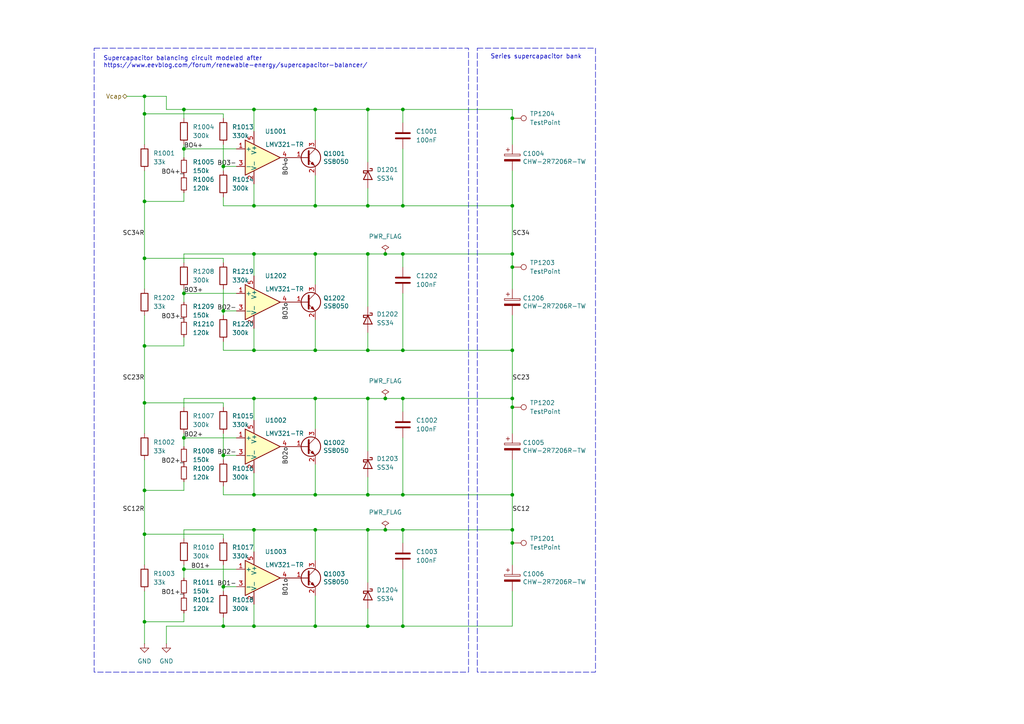
<source format=kicad_sch>
(kicad_sch (version 20231120) (generator "eeschema") (generator_version "8.0")
  (paper "A4")
  (title_block (title "HALPI2") (date "2025-01-03") (rev "v0.0.1") (company "Hat Labs Oy") (comment 1 "https://creativecommons.org/licenses/by/4.0") (comment 2 "To view a copy of this license, visit ") (comment 3 "HALPI2 is licensed under CC BY 4.0."))
  (lib_symbols
    (symbol "Amplifier_Operational:LMV321" (pin_names (offset 0.127))
      (property "Reference" "U" (at 0 5.08 0))
      (property "Value" "LMV321" (at 0 -5.08 0))
      (symbol "LMV321_0_1"
        (polyline (pts (xy -5.08 5.08) (xy 5.08 0) (xy -5.08 -5.08) (xy -5.08 5.08)) (stroke (width 0.254)) (fill (type background)))
        (pin power_in line (at -2.54 -7.62 90) (length 3.81) (name "V-") (number "2"))
        (pin power_in line (at -2.54 7.62 270) (length 3.81) (name "V+") (number "5"))
      )
      (symbol "LMV321_1_1"
        (pin input line (at -7.62 2.54 0) (length 2.54) (name "+") (number "1"))
        (pin input line (at -7.62 -2.54 0) (length 2.54) (name "-") (number "3"))
        (pin output line (at 7.62 0 180) (length 2.54) (name "~") (number "4"))
      )
    )
    (symbol "Connector:TestPoint" (pin_numbers hide) (pin_names (offset 0.762) hide)
      (property "Reference" "TP" (at 0 6.858 0))
      (property "Value" "TestPoint" (at 0 5.08 0))
      (symbol "TestPoint_0_1"
        (circle (center 0 3.302) (radius 0.762))
      )
      (symbol "TestPoint_1_1"
        (pin passive line (at 0 0 90) (length 2.54) (name "1") (number "1"))
      )
    )
    (symbol "Device:C" (pin_numbers hide) (pin_names (offset 0.254))
      (property "Reference" "C" (at 0.635 2.54 0))
      (property "Value" "C" (at 0.635 -2.54 0))
      (symbol "C_0_1"
        (polyline (pts (xy -2.032 -0.762) (xy 2.032 -0.762)) (stroke (width 0.508)))
        (polyline (pts (xy -2.032 0.762) (xy 2.032 0.762)) (stroke (width 0.508)))
      )
      (symbol "C_1_1"
        (pin passive line (at 0 3.81 270) (length 2.794) (name "~") (number "1"))
        (pin passive line (at 0 -3.81 90) (length 2.794) (name "~") (number "2"))
      )
    )
    (symbol "Device:C_Polarized" (pin_numbers hide) (pin_names (offset 0.254))
      (property "Reference" "C" (at 0.635 2.54 0))
      (property "Value" "C_Polarized" (at 0.635 -2.54 0))
      (symbol "C_Polarized_0_1"
        (rectangle (start -2.286 0.508) (end 2.286 1.016))
        (polyline (pts (xy -1.778 2.286) (xy -0.762 2.286)))
        (polyline (pts (xy -1.27 2.794) (xy -1.27 1.778)))
        (rectangle (start 2.286 -0.508) (end -2.286 -1.016) (fill (type outline)))
      )
      (symbol "C_Polarized_1_1"
        (pin passive line (at 0 3.81 270) (length 2.794) (name "~") (number "1"))
        (pin passive line (at 0 -3.81 90) (length 2.794) (name "~") (number "2"))
      )
    )
    (symbol "Device:R" (pin_numbers hide) (pin_names (offset 0))
      (property "Reference" "R" (at 2.032 0 90))
      (property "Value" "R" (at 0 0 90))
      (symbol "R_0_1"
        (rectangle (start -1.016 -2.54) (end 1.016 2.54) (stroke (width 0.254)))
      )
      (symbol "R_1_1"
        (pin passive line (at 0 3.81 270) (length 1.27) (name "~") (number "1"))
        (pin passive line (at 0 -3.81 90) (length 1.27) (name "~") (number "2"))
      )
    )
    (symbol "Device:R_Small" (pin_numbers hide) (pin_names (offset 0.254) hide)
      (property "Reference" "R" (at 0.762 0.508 0))
      (property "Value" "R_Small" (at 0.762 -1.016 0))
      (symbol "R_Small_0_1"
        (rectangle (start -0.762 1.778) (end 0.762 -1.778) (stroke (width 0.2032)))
      )
      (symbol "R_Small_1_1"
        (pin passive line (at 0 2.54 270) (length 0.762) (name "~") (number "1"))
        (pin passive line (at 0 -2.54 90) (length 0.762) (name "~") (number "2"))
      )
    )
    (symbol "Diode:SS34" (pin_numbers hide) (pin_names (offset 1.016) hide)
      (property "Reference" "D" (at 0 2.54 0))
      (property "Value" "SS34" (at 0 -2.54 0))
      (symbol "SS34_0_1"
        (polyline (pts (xy 1.27 0) (xy -1.27 0)))
        (polyline (pts (xy 1.27 1.27) (xy 1.27 -1.27) (xy -1.27 0) (xy 1.27 1.27)) (stroke (width 0.254)))
        (polyline (pts (xy -1.905 0.635) (xy -1.905 1.27) (xy -1.27 1.27) (xy -1.27 -1.27) (xy -0.635 -1.27) (xy -0.635 -0.635)) (stroke (width 0.254)))
      )
      (symbol "SS34_1_1"
        (pin passive line (at -3.81 0 0) (length 2.54) (name "K") (number "1"))
        (pin passive line (at 3.81 0 180) (length 2.54) (name "A") (number "2"))
      )
    )
    (symbol "Transistor_BJT:MMBT5551L" (pin_names (offset 0) hide)
      (property "Reference" "Q" (at 5.08 1.905 0))
      (property "Value" "MMBT5551L" (at 5.08 0 0))
      (symbol "MMBT5551L_0_1"
        (polyline (pts (xy 0.635 0.635) (xy 2.54 2.54)))
        (polyline (pts (xy 0.635 -0.635) (xy 2.54 -2.54) (xy 2.54 -2.54)))
        (polyline (pts (xy 0.635 1.905) (xy 0.635 -1.905) (xy 0.635 -1.905)) (stroke (width 0.508)))
        (polyline (pts (xy 1.27 -1.778) (xy 1.778 -1.27) (xy 2.286 -2.286) (xy 1.27 -1.778) (xy 1.27 -1.778)) (fill (type outline)))
        (circle (center 1.27 0) (radius 2.8194) (stroke (width 0.254)))
      )
      (symbol "MMBT5551L_1_1"
        (pin input line (at -5.08 0 0) (length 5.715) (name "B") (number "1"))
        (pin passive line (at 2.54 -5.08 90) (length 2.54) (name "E") (number "2"))
        (pin passive line (at 2.54 5.08 270) (length 2.54) (name "C") (number "3"))
      )
    )
    (symbol "power:GND" (power) (pin_numbers hide) (pin_names (offset 0) hide)
      (property "Value" "GND" (at 0 -3.81 0))
      (symbol "GND_0_1"
        (polyline (pts (xy 0 0) (xy 0 -1.27) (xy 1.27 -1.27) (xy 0 -2.54) (xy -1.27 -1.27) (xy 0 -1.27)))
      )
      (symbol "GND_1_1"
        (pin power_in line (at 0 0 270) (length 0) (name "~") (number "1"))
      )
    )
    (symbol "power:PWR_FLAG" (power) (pin_numbers hide) (pin_names (offset 0) hide)
      (property "Value" "PWR_FLAG" (at 0 3.81 0))
      (symbol "PWR_FLAG_0_0"
        (pin power_out line (at 0 0 90) (length 0) (name "~") (number "1"))
      )
      (symbol "PWR_FLAG_0_1"
        (polyline (pts (xy 0 0) (xy 0 1.27) (xy -1.016 1.905) (xy 0 2.54) (xy 1.016 1.905) (xy 0 1.27)))
      )
    )
  )
  (junction (at 148.59 118.11))
  (junction (at 41.91 74.93))
  (junction (at 91.44 101.6))
  (junction (at 111.76 115.57))
  (junction (at 91.44 143.51))
  (junction (at 53.34 43.18))
  (junction (at 64.77 181.61))
  (junction (at 106.68 101.6))
  (junction (at 73.66 181.61))
  (junction (at 106.68 143.51))
  (junction (at 73.66 153.67))
  (junction (at 53.34 31.75))
  (junction (at 41.91 33.02))
  (junction (at 73.66 31.75))
  (junction (at 106.68 153.67))
  (junction (at 91.44 181.61))
  (junction (at 116.84 73.66))
  (junction (at 41.91 154.94))
  (junction (at 111.76 73.66))
  (junction (at 148.59 153.67))
  (junction (at 53.34 165.1))
  (junction (at 148.59 143.51))
  (junction (at 41.91 180.34))
  (junction (at 116.84 59.69))
  (junction (at 116.84 181.61))
  (junction (at 116.84 101.6))
  (junction (at 91.44 59.69))
  (junction (at 73.66 115.57))
  (junction (at 111.76 153.67))
  (junction (at 148.59 101.6))
  (junction (at 148.59 157.48))
  (junction (at 41.91 116.84))
  (junction (at 53.34 85.09))
  (junction (at 91.44 153.67))
  (junction (at 148.59 115.57))
  (junction (at 41.91 142.24))
  (junction (at 116.84 31.75))
  (junction (at 148.59 73.66))
  (junction (at 73.66 101.6))
  (junction (at 64.77 170.18))
  (junction (at 73.66 73.66))
  (junction (at 41.91 100.33))
  (junction (at 91.44 115.57))
  (junction (at 106.68 73.66))
  (junction (at 116.84 143.51))
  (junction (at 106.68 181.61))
  (junction (at 73.66 143.51))
  (junction (at 41.91 27.94))
  (junction (at 106.68 115.57))
  (junction (at 148.59 34.29))
  (junction (at 106.68 31.75))
  (junction (at 64.77 48.26))
  (junction (at 106.68 59.69))
  (junction (at 116.84 153.67))
  (junction (at 91.44 73.66))
  (junction (at 73.66 59.69))
  (junction (at 41.91 58.42))
  (junction (at 116.84 115.57))
  (junction (at 64.77 90.17))
  (junction (at 148.59 59.69))
  (junction (at 64.77 132.08))
  (junction (at 91.44 31.75))
  (junction (at 148.59 77.47))
  (junction (at 53.34 127))
  (wire (pts (xy 91.44 153.67) (xy 91.44 162.56)))
  (wire (pts (xy 116.84 143.51) (xy 148.59 143.51)))
  (wire (pts (xy 53.34 73.66) (xy 73.66 73.66)))
  (wire (pts (xy 91.44 31.75) (xy 91.44 40.64)))
  (wire (pts (xy 106.68 73.66) (xy 111.76 73.66)))
  (wire (pts (xy 106.68 176.53) (xy 106.68 181.61)))
  (wire (pts (xy 53.34 41.91) (xy 53.34 43.18)))
  (wire (pts (xy 148.59 143.51) (xy 148.59 153.67)))
  (wire (pts (xy 73.66 95.25) (xy 73.66 101.6)))
  (wire (pts (xy 64.77 83.82) (xy 64.77 90.17)))
  (wire (pts (xy 64.77 34.29) (xy 64.77 33.02)))
  (wire (pts (xy 73.66 143.51) (xy 91.44 143.51)))
  (wire (pts (xy 73.66 137.16) (xy 73.66 143.51)))
  (wire (pts (xy 73.66 31.75) (xy 91.44 31.75)))
  (wire (pts (xy 148.59 34.29) (xy 148.59 41.91)))
  (wire (pts (xy 41.91 27.94) (xy 48.26 27.94)))
  (wire (pts (xy 41.91 180.34) (xy 41.91 186.69)))
  (wire (pts (xy 41.91 91.44) (xy 41.91 100.33)))
  (wire (pts (xy 53.34 180.34) (xy 41.91 180.34)))
  (wire (pts (xy 116.84 31.75) (xy 116.84 35.56)))
  (wire (pts (xy 53.34 115.57) (xy 53.34 118.11)))
  (wire (pts (xy 53.34 85.09) (xy 53.34 87.63)))
  (wire (pts (xy 148.59 49.53) (xy 148.59 59.69)))
  (wire (pts (xy 73.66 59.69) (xy 91.44 59.69)))
  (wire (pts (xy 91.44 181.61) (xy 73.66 181.61)))
  (wire (pts (xy 106.68 143.51) (xy 116.84 143.51)))
  (wire (pts (xy 64.77 41.91) (xy 64.77 48.26)))
  (wire (pts (xy 53.34 163.83) (xy 53.34 165.1)))
  (wire (pts (xy 116.84 153.67) (xy 116.84 157.48)))
  (wire (pts (xy 91.44 59.69) (xy 106.68 59.69)))
  (wire (pts (xy 148.59 153.67) (xy 116.84 153.67)))
  (wire (pts (xy 106.68 101.6) (xy 116.84 101.6)))
  (wire (pts (xy 148.59 181.61) (xy 116.84 181.61)))
  (wire (pts (xy 53.34 55.88) (xy 53.34 58.42)))
  (wire (pts (xy 91.44 115.57) (xy 91.44 124.46)))
  (wire (pts (xy 106.68 138.43) (xy 106.68 143.51)))
  (wire (pts (xy 116.84 165.1) (xy 116.84 181.61)))
  (wire (pts (xy 73.66 73.66) (xy 91.44 73.66)))
  (wire (pts (xy 148.59 77.47) (xy 148.59 83.82)))
  (wire (pts (xy 106.68 115.57) (xy 91.44 115.57)))
  (wire (pts (xy 106.68 54.61) (xy 106.68 59.69)))
  (wire (pts (xy 91.44 31.75) (xy 106.68 31.75)))
  (wire (pts (xy 148.59 73.66) (xy 148.59 77.47)))
  (wire (pts (xy 116.84 85.09) (xy 116.84 101.6)))
  (wire (pts (xy 91.44 50.8) (xy 91.44 59.69)))
  (wire (pts (xy 73.66 101.6) (xy 91.44 101.6)))
  (wire (pts (xy 68.58 132.08) (xy 64.77 132.08)))
  (wire (pts (xy 64.77 181.61) (xy 48.26 181.61)))
  (wire (pts (xy 116.84 59.69) (xy 148.59 59.69)))
  (wire (pts (xy 111.76 115.57) (xy 116.84 115.57)))
  (wire (pts (xy 68.58 127) (xy 53.34 127)))
  (wire (pts (xy 106.68 181.61) (xy 116.84 181.61)))
  (wire (pts (xy 53.34 31.75) (xy 73.66 31.75)))
  (wire (pts (xy 73.66 143.51) (xy 64.77 143.51)))
  (wire (pts (xy 68.58 48.26) (xy 64.77 48.26)))
  (wire (pts (xy 148.59 101.6) (xy 148.59 115.57)))
  (wire (pts (xy 116.84 101.6) (xy 148.59 101.6)))
  (wire (pts (xy 64.77 156.21) (xy 64.77 154.94)))
  (wire (pts (xy 53.34 142.24) (xy 41.91 142.24)))
  (wire (pts (xy 91.44 143.51) (xy 106.68 143.51)))
  (wire (pts (xy 73.66 115.57) (xy 73.66 121.92)))
  (wire (pts (xy 116.84 73.66) (xy 116.84 77.47)))
  (wire (pts (xy 64.77 179.07) (xy 64.77 181.61)))
  (wire (pts (xy 116.84 43.18) (xy 116.84 59.69)))
  (wire (pts (xy 73.66 115.57) (xy 91.44 115.57)))
  (wire (pts (xy 64.77 90.17) (xy 64.77 91.44)))
  (wire (pts (xy 106.68 153.67) (xy 111.76 153.67)))
  (wire (pts (xy 41.91 27.94) (xy 41.91 33.02)))
  (wire (pts (xy 41.91 171.45) (xy 41.91 180.34)))
  (wire (pts (xy 106.68 59.69) (xy 116.84 59.69)))
  (wire (pts (xy 111.76 73.66) (xy 116.84 73.66)))
  (wire (pts (xy 64.77 132.08) (xy 64.77 133.35)))
  (wire (pts (xy 73.66 153.67) (xy 73.66 160.02)))
  (wire (pts (xy 148.59 133.35) (xy 148.59 143.51)))
  (wire (pts (xy 64.77 116.84) (xy 41.91 116.84)))
  (wire (pts (xy 73.66 153.67) (xy 53.34 153.67)))
  (wire (pts (xy 148.59 59.69) (xy 148.59 73.66)))
  (wire (pts (xy 116.84 31.75) (xy 148.59 31.75)))
  (wire (pts (xy 148.59 115.57) (xy 148.59 118.11)))
  (wire (pts (xy 68.58 170.18) (xy 64.77 170.18)))
  (wire (pts (xy 64.77 125.73) (xy 64.77 132.08)))
  (wire (pts (xy 116.84 127) (xy 116.84 143.51)))
  (wire (pts (xy 64.77 118.11) (xy 64.77 116.84)))
  (wire (pts (xy 53.34 58.42) (xy 41.91 58.42)))
  (wire (pts (xy 41.91 116.84) (xy 41.91 125.73)))
  (wire (pts (xy 91.44 181.61) (xy 106.68 181.61)))
  (wire (pts (xy 68.58 85.09) (xy 53.34 85.09)))
  (wire (pts (xy 64.77 140.97) (xy 64.77 143.51)))
  (wire (pts (xy 106.68 115.57) (xy 106.68 130.81)))
  (wire (pts (xy 68.58 165.1) (xy 53.34 165.1)))
  (wire (pts (xy 64.77 154.94) (xy 41.91 154.94)))
  (wire (pts (xy 116.84 115.57) (xy 116.84 119.38)))
  (wire (pts (xy 64.77 170.18) (xy 64.77 171.45)))
  (wire (pts (xy 53.34 165.1) (xy 53.34 167.64)))
  (wire (pts (xy 106.68 153.67) (xy 106.68 168.91)))
  (wire (pts (xy 64.77 163.83) (xy 64.77 170.18)))
  (wire (pts (xy 41.91 100.33) (xy 41.91 116.84)))
  (wire (pts (xy 41.91 74.93) (xy 41.91 83.82)))
  (wire (pts (xy 91.44 153.67) (xy 73.66 153.67)))
  (wire (pts (xy 148.59 118.11) (xy 148.59 125.73)))
  (wire (pts (xy 148.59 31.75) (xy 148.59 34.29)))
  (wire (pts (xy 148.59 153.67) (xy 148.59 157.48)))
  (wire (pts (xy 91.44 172.72) (xy 91.44 181.61)))
  (wire (pts (xy 73.66 59.69) (xy 64.77 59.69)))
  (wire (pts (xy 106.68 115.57) (xy 111.76 115.57)))
  (wire (pts (xy 106.68 96.52) (xy 106.68 101.6)))
  (wire (pts (xy 53.34 100.33) (xy 41.91 100.33)))
  (wire (pts (xy 64.77 101.6) (xy 73.66 101.6)))
  (wire (pts (xy 64.77 57.15) (xy 64.77 59.69)))
  (wire (pts (xy 148.59 157.48) (xy 148.59 163.83)))
  (wire (pts (xy 53.34 153.67) (xy 53.34 156.21)))
  (wire (pts (xy 48.26 181.61) (xy 48.26 186.69)))
  (wire (pts (xy 116.84 115.57) (xy 148.59 115.57)))
  (wire (pts (xy 91.44 134.62) (xy 91.44 143.51)))
  (wire (pts (xy 41.91 33.02) (xy 41.91 41.91)))
  (wire (pts (xy 53.34 139.7) (xy 53.34 142.24)))
  (wire (pts (xy 64.77 33.02) (xy 41.91 33.02)))
  (wire (pts (xy 64.77 99.06) (xy 64.77 101.6)))
  (wire (pts (xy 68.58 90.17) (xy 64.77 90.17)))
  (wire (pts (xy 106.68 31.75) (xy 106.68 46.99)))
  (wire (pts (xy 106.68 73.66) (xy 91.44 73.66)))
  (wire (pts (xy 48.26 31.75) (xy 53.34 31.75)))
  (wire (pts (xy 106.68 31.75) (xy 116.84 31.75)))
  (wire (pts (xy 41.91 142.24) (xy 41.91 154.94)))
  (wire (pts (xy 91.44 101.6) (xy 106.68 101.6)))
  (wire (pts (xy 53.34 127) (xy 53.34 129.54)))
  (wire (pts (xy 48.26 27.94) (xy 48.26 31.75)))
  (wire (pts (xy 53.34 43.18) (xy 53.34 45.72)))
  (wire (pts (xy 73.66 73.66) (xy 73.66 80.01)))
  (wire (pts (xy 41.91 154.94) (xy 41.91 163.83)))
  (wire (pts (xy 116.84 73.66) (xy 148.59 73.66)))
  (wire (pts (xy 111.76 153.67) (xy 116.84 153.67)))
  (wire (pts (xy 64.77 76.2) (xy 64.77 74.93)))
  (wire (pts (xy 73.66 31.75) (xy 73.66 38.1)))
  (wire (pts (xy 91.44 73.66) (xy 91.44 82.55)))
  (wire (pts (xy 41.91 58.42) (xy 41.91 74.93)))
  (wire (pts (xy 53.34 97.79) (xy 53.34 100.33)))
  (wire (pts (xy 53.34 177.8) (xy 53.34 180.34)))
  (wire (pts (xy 64.77 74.93) (xy 41.91 74.93)))
  (wire (pts (xy 36.83 27.94) (xy 41.91 27.94)))
  (wire (pts (xy 106.68 153.67) (xy 91.44 153.67)))
  (wire (pts (xy 73.66 53.34) (xy 73.66 59.69)))
  (wire (pts (xy 68.58 43.18) (xy 53.34 43.18)))
  (wire (pts (xy 64.77 48.26) (xy 64.77 49.53)))
  (wire (pts (xy 106.68 73.66) (xy 106.68 88.9)))
  (wire (pts (xy 53.34 115.57) (xy 73.66 115.57)))
  (wire (pts (xy 53.34 83.82) (xy 53.34 85.09)))
  (wire (pts (xy 148.59 91.44) (xy 148.59 101.6)))
  (wire (pts (xy 53.34 125.73) (xy 53.34 127)))
  (wire (pts (xy 91.44 92.71) (xy 91.44 101.6)))
  (wire (pts (xy 41.91 49.53) (xy 41.91 58.42)))
  (wire (pts (xy 73.66 175.26) (xy 73.66 181.61)))
  (wire (pts (xy 41.91 133.35) (xy 41.91 142.24)))
  (wire (pts (xy 53.34 73.66) (xy 53.34 76.2)))
  (wire (pts (xy 148.59 171.45) (xy 148.59 181.61)))
  (wire (pts (xy 53.34 31.75) (xy 53.34 34.29)))
  (wire (pts (xy 73.66 181.61) (xy 64.77 181.61)))
  (rectangle (start 27.305 13.97) (end 135.89 194.945) (stroke (width 0) (type dash)))
  (rectangle (start 138.43 13.97) (end 172.72 194.945) (stroke (width 0) (type dash)))
  (text "Series supercapacitor bank" (at 142.24 16.51 0) (effects (font (size 1.27 1.27)) (justify left)))
  (text "Supercapacitor balancing circuit modeled after\nhttps://www.eevblog.com/forum/renewable-energy/supercapacitor-balancer/" (at 29.972 19.812 0) (effects (font (size 1.27 1.27)) (justify left bottom)))
  (label "BO4o" (at 83.82 45.72 270))
  (label "BO1o" (at 83.82 167.64 270))
  (label "BO2-" (at 68.58 132.08 180))
  (label "BO3+_" (at 53.34 92.71 180))
  (label "SC34" (at 148.59 68.58 0))
  (label "BO2+" (at 53.34 127 0))
  (label "SC12R" (at 41.91 148.59 180))
  (label "BO4+" (at 53.34 43.18 0))
  (label "BO3o" (at 83.82 87.63 270))
  (label "BO1+_" (at 53.34 172.72 180))
  (label "SC34R" (at 41.91 68.58 180))
  (label "SC23R" (at 41.91 110.49 180))
  (label "BO2-" (at 68.58 90.17 180))
  (label "BO3-" (at 68.58 48.26 180))
  (label "BO1+" (at 60.96 165.1 180))
  (label "BO3+" (at 53.34 85.09 0))
  (label "SC23" (at 148.59 110.49 0))
  (label "SC12" (at 148.59 148.59 0))
  (label "BO2+_" (at 53.34 134.62 180))
  (label "BO1-" (at 68.58 170.18 180))
  (label "BO4+_" (at 53.34 50.8 180))
  (label "BO2o" (at 83.82 129.54 270))
  (hierarchical_label "Vcap" (shape bidirectional) (at 36.83 27.94 180))
  (symbol (lib_id "Amplifier_Operational:LMV321") (at 76.2 87.63 0) (unit 1)
    (property "Reference" "U1202" (at 80.01 80.01 0))
    (property "Value" "LMV321-TR" (at 82.55 83.82 0))
    (property "Footprint" "Package_TO_SOT_SMD:SOT-23-5" (effects (hide yes)))
    (property "Datasheet" "http://www.ti.com/lit/ds/symlink/lmv324.pdf" (effects (hide yes)))
    (property "LCSC" "C362273" (effects (hide yes)))
    (property "JLCPCB_CORRECTION" "0;0;180" (effects (hide yes)))
  )
  (symbol (lib_id "Device:R_Small") (at 53.34 132.08 0) (unit 1)
    (property "Reference" "R1008" (at 55.88 130.8099 0) (effects (justify left)))
    (property "Value" "150k" (at 55.88 133.3499 0) (effects (justify left)))
    (property "Footprint" "Resistor_SMD:R_0402_1005Metric" (effects (hide yes)))
    (property "LCSC" "C25755" (effects (hide yes)))
    (instances (project "SH-RPi" (path "" (reference "R1008") (unit 1))) (project "SH-RPi" (path "" (reference "R1212") (unit 1))))
  )
  (symbol (lib_id "Amplifier_Operational:LMV321") (at 76.2 129.54 0) (unit 1)
    (property "Reference" "U1002" (at 80.01 121.92 0))
    (property "Value" "LMV321-TR" (at 82.55 125.73 0))
    (property "Footprint" "Package_TO_SOT_SMD:SOT-23-5" (effects (hide yes)))
    (property "Datasheet" "http://www.ti.com/lit/ds/symlink/lmv324.pdf" (effects (hide yes)))
    (property "LCSC" "C362273" (effects (hide yes)))
    (property "JLCPCB_CORRECTION" "0;0;180" (effects (hide yes)))
    (instances (project "SH-RPi" (path "" (reference "U1002") (unit 1))) (project "SH-RPi" (path "" (reference "U1203") (unit 1))))
  )
  (symbol (lib_id "Device:R") (at 64.77 53.34 0) (unit 1)
    (property "Reference" "R1014" (at 67.31 52.0699 0) (effects (justify left)))
    (property "Value" "300k" (at 67.31 54.6099 0) (effects (justify left)))
    (property "Footprint" "Resistor_SMD:R_0402_1005Metric" (effects (hide yes)))
    (property "LCSC" "C306602" (effects (hide yes)))
    (instances (project "SH-RPi" (path "" (reference "R1014") (unit 1))) (project "SH-RPi" (path "" (reference "R1218") (unit 1))))
  )
  (symbol (lib_id "Device:R") (at 64.77 175.26 0) (unit 1)
    (property "Reference" "R1018" (at 67.31 173.9899 0) (effects (justify left)))
    (property "Value" "300k" (at 67.31 176.5299 0) (effects (justify left)))
    (property "Footprint" "Resistor_SMD:R_0402_1005Metric" (effects (hide yes)))
    (property "LCSC" "C306602" (effects (hide yes)))
    (instances (project "SH-RPi" (path "" (reference "R1018") (unit 1))) (project "SH-RPi" (path "" (reference "R1224") (unit 1))))
  )
  (symbol (lib_id "Device:C_Polarized") (at 148.59 129.54 0) (unit 1)
    (property "Reference" "C1005" (at 151.5872 128.3716 0) (effects (justify left)))
    (property "Value" "CHW-2R7206R-TW" (at 151.5872 130.683 0) (effects (justify left)))
    (property "Footprint" "Capacitor_THT:CP_Radial_D16.0mm_P7.50mm" (effects (hide yes)))
    (property "JLCPCB_IGNORE" "1" (effects (hide yes)))
    (instances (project "SH-RPi" (path "" (reference "C1005") (unit 1))) (project "SH-RPi" (path "" (reference "C1207") (unit 1))))
  )
  (symbol (lib_id "Amplifier_Operational:LMV321") (at 76.2 45.72 0) (unit 1)
    (property "Reference" "U1001" (at 80.01 38.1 0))
    (property "Value" "LMV321-TR" (at 82.55 41.91 0))
    (property "Footprint" "Package_TO_SOT_SMD:SOT-23-5" (effects (hide yes)))
    (property "Datasheet" "http://www.ti.com/lit/ds/symlink/lmv324.pdf" (effects (hide yes)))
    (property "LCSC" "C362273" (effects (hide yes)))
    (property "JLCPCB_CORRECTION" "0;0;180" (effects (hide yes)))
    (instances (project "SH-RPi" (path "" (reference "U1001") (unit 1))) (project "SH-RPi" (path "" (reference "U1201") (unit 1))))
  )
  (symbol (lib_id "Device:C_Polarized") (at 148.59 45.72 0) (unit 1)
    (property "Reference" "C1004" (at 151.5872 44.5516 0) (effects (justify left)))
    (property "Value" "CHW-2R7206R-TW" (at 151.5872 46.863 0) (effects (justify left)))
    (property "Footprint" "Capacitor_THT:CP_Radial_D16.0mm_P7.50mm" (effects (hide yes)))
    (property "JLCPCB_IGNORE" "1" (effects (hide yes)))
    (instances (project "SH-RPi" (path "" (reference "C1004") (unit 1))) (project "SH-RPi" (path "" (reference "C1205") (unit 1))))
  )
  (symbol (lib_id "Device:C_Polarized") (at 148.59 87.63 0) (unit 1)
    (property "Reference" "C1206" (at 151.5872 86.4616 0) (effects (justify left)))
    (property "Value" "CHW-2R7206R-TW" (at 151.5872 88.773 0) (effects (justify left)))
    (property "Footprint" "Capacitor_THT:CP_Radial_D16.0mm_P7.50mm" (effects (hide yes)))
    (property "JLCPCB_IGNORE" "1" (effects (hide yes)))
  )
  (symbol (lib_id "Device:C") (at 116.84 39.37 0) (unit 1)
    (property "Reference" "C1001" (at 120.65 38.0999 0) (effects (justify left)))
    (property "Value" "100nF" (at 120.65 40.6399 0) (effects (justify left)))
    (property "Footprint" "Capacitor_SMD:C_0402_1005Metric" (effects (hide yes)))
    (property "LCSC" "C1525" (effects (hide yes)))
    (instances (project "SH-RPi" (path "" (reference "C1001") (unit 1))) (project "SH-RPi" (path "" (reference "C1201") (unit 1))))
  )
  (symbol (lib_id "Device:R") (at 41.91 45.72 0) (unit 1)
    (property "Reference" "R1001" (at 44.45 44.4499 0) (effects (justify left)))
    (property "Value" "33k" (at 44.45 46.9899 0) (effects (justify left)))
    (property "Footprint" "Resistor_SMD:R_0402_1005Metric" (effects (hide yes)))
    (property "LCSC" "C25779" (effects (hide yes)))
    (instances (project "SH-RPi" (path "" (reference "R1001") (unit 1))) (project "SH-RPi" (path "" (reference "R1201") (unit 1))))
  )
  (symbol (lib_id "power:PWR_FLAG") (at 111.76 153.67 0) (unit 1)
    (property "Reference" "#FLG01002" (effects (hide yes)))
    (property "Value" "PWR_FLAG" (at 111.76 148.59 0))
    (property "Description" "Special symbol for telling ERC where power comes from" (effects (hide yes)))
    (instances (project "SH-RPi" (path "" (reference "#FLG01002") (unit 1))) (project "SH-RPi" (path "" (reference "#FLG01203") (unit 1))))
  )
  (symbol (lib_id "Device:R_Small") (at 53.34 137.16 0) (unit 1)
    (property "Reference" "R1009" (at 55.88 135.8899 0) (effects (justify left)))
    (property "Value" "120k" (at 55.88 138.4299 0) (effects (justify left)))
    (property "Footprint" "Resistor_SMD:R_0402_1005Metric" (effects (hide yes)))
    (property "LCSC" "C25750" (effects (hide yes)))
    (instances (project "SH-RPi" (path "" (reference "R1009") (unit 1))) (project "SH-RPi" (path "" (reference "R1213") (unit 1))))
  )
  (symbol (lib_id "Device:R") (at 41.91 129.54 0) (unit 1)
    (property "Reference" "R1002" (at 44.45 128.2699 0) (effects (justify left)))
    (property "Value" "33k" (at 44.45 130.8099 0) (effects (justify left)))
    (property "Footprint" "Resistor_SMD:R_0402_1005Metric" (effects (hide yes)))
    (property "LCSC" "C25779" (effects (hide yes)))
    (instances (project "SH-RPi" (path "" (reference "R1002") (unit 1))) (project "SH-RPi" (path "" (reference "R1203") (unit 1))))
  )
  (symbol (lib_id "Connector:TestPoint") (at 148.59 34.29 270) (mirror x) (unit 1)
    (property "Reference" "TP1204" (at 153.67 33.0199 90) (effects (justify left)))
    (property "Value" "TestPoint" (at 153.67 35.5599 90) (effects (justify left)))
    (property "Footprint" "TestPoint:TestPoint_Pad_D1.0mm" (effects (hide yes)))
    (property "Description" "test point" (effects (hide yes)))
  )
  (symbol (lib_id "Transistor_BJT:MMBT5551L") (at 88.9 167.64 0) (unit 1)
    (property "Reference" "Q1003" (at 93.7514 166.4716 0) (effects (justify left)))
    (property "Value" "SS8050" (at 93.7514 168.783 0) (effects (justify left)))
    (property "Footprint" "Package_TO_SOT_SMD:SOT-23" (effects (hide yes)))
    (property "Datasheet" "www.onsemi.com/pub/Collateral/MMBT5550LT1-D.PDF" (effects (hide yes)))
    (property "LCSC" "C2150" (effects (hide yes)))
    (property "JLCPCB_CORRECTION" "0;0;180" (effects (hide yes)))
    (instances (project "SH-RPi" (path "" (reference "Q1003") (unit 1))) (project "SH-RPi" (path "" (reference "Q1204") (unit 1))))
  )
  (symbol (lib_id "power:GND") (at 41.91 186.69 0) (unit 1)
    (property "Reference" "#PWR01001" (effects (hide yes)))
    (property "Value" "GND" (at 41.91 191.77 0))
    (property "Description" "Power symbol creates a global label with name \"GND\" , ground" (effects (hide yes)))
    (instances (project "SH-RPi" (path "" (reference "#PWR01001") (unit 1))) (project "SH-RPi" (path "" (reference "#PWR01201") (unit 1))))
  )
  (symbol (lib_id "Device:C") (at 116.84 123.19 0) (unit 1)
    (property "Reference" "C1002" (at 120.65 121.9199 0) (effects (justify left)))
    (property "Value" "100nF" (at 120.65 124.4599 0) (effects (justify left)))
    (property "Footprint" "Capacitor_SMD:C_0402_1005Metric" (effects (hide yes)))
    (property "LCSC" "C1525" (effects (hide yes)))
    (instances (project "SH-RPi" (path "" (reference "C1002") (unit 1))) (project "SH-RPi" (path "" (reference "C1203") (unit 1))))
  )
  (symbol (lib_id "Connector:TestPoint") (at 148.59 118.11 270) (mirror x) (unit 1)
    (property "Reference" "TP1202" (at 153.67 116.8399 90) (effects (justify left)))
    (property "Value" "TestPoint" (at 153.67 119.3799 90) (effects (justify left)))
    (property "Footprint" "TestPoint:TestPoint_Pad_D1.0mm" (effects (hide yes)))
    (property "Description" "test point" (effects (hide yes)))
  )
  (symbol (lib_id "Device:C_Polarized") (at 148.59 167.64 0) (unit 1)
    (property "Reference" "C1006" (at 151.5872 166.4716 0) (effects (justify left)))
    (property "Value" "CHW-2R7206R-TW" (at 151.5872 168.783 0) (effects (justify left)))
    (property "Footprint" "Capacitor_THT:CP_Radial_D16.0mm_P7.50mm" (effects (hide yes)))
    (property "JLCPCB_IGNORE" "1" (effects (hide yes)))
    (instances (project "SH-RPi" (path "" (reference "C1006") (unit 1))) (project "SH-RPi" (path "" (reference "C1208") (unit 1))))
  )
  (symbol (lib_id "Transistor_BJT:MMBT5551L") (at 88.9 45.72 0) (unit 1)
    (property "Reference" "Q1001" (at 93.7514 44.5516 0) (effects (justify left)))
    (property "Value" "SS8050" (at 93.7514 46.863 0) (effects (justify left)))
    (property "Footprint" "Package_TO_SOT_SMD:SOT-23" (effects (hide yes)))
    (property "Datasheet" "www.onsemi.com/pub/Collateral/MMBT5550LT1-D.PDF" (effects (hide yes)))
    (property "LCSC" "C2150" (effects (hide yes)))
    (property "JLCPCB_CORRECTION" "0;0;180" (effects (hide yes)))
    (instances (project "SH-RPi" (path "" (reference "Q1001") (unit 1))) (project "SH-RPi" (path "" (reference "Q1201") (unit 1))))
  )
  (symbol (lib_id "Transistor_BJT:MMBT5551L") (at 88.9 129.54 0) (unit 1)
    (property "Reference" "Q1002" (at 93.7514 128.3716 0) (effects (justify left)))
    (property "Value" "SS8050" (at 93.7514 130.683 0) (effects (justify left)))
    (property "Footprint" "Package_TO_SOT_SMD:SOT-23" (effects (hide yes)))
    (property "Datasheet" "www.onsemi.com/pub/Collateral/MMBT5550LT1-D.PDF" (effects (hide yes)))
    (property "LCSC" "C2150" (effects (hide yes)))
    (property "JLCPCB_CORRECTION" "0;0;180" (effects (hide yes)))
    (instances (project "SH-RPi" (path "" (reference "Q1002") (unit 1))) (project "SH-RPi" (path "" (reference "Q1203") (unit 1))))
  )
  (symbol (lib_id "power:PWR_FLAG") (at 111.76 115.57 0) (unit 1)
    (property "Reference" "#FLG01001" (effects (hide yes)))
    (property "Value" "PWR_FLAG" (at 111.76 110.49 0))
    (property "Description" "Special symbol for telling ERC where power comes from" (effects (hide yes)))
    (instances (project "SH-RPi" (path "" (reference "#FLG01001") (unit 1))) (project "SH-RPi" (path "" (reference "#FLG01202") (unit 1))))
  )
  (symbol (lib_id "Device:R") (at 53.34 38.1 0) (unit 1)
    (property "Reference" "R1004" (at 55.88 36.8299 0) (effects (justify left)))
    (property "Value" "300k" (at 55.88 39.3699 0) (effects (justify left)))
    (property "Footprint" "Resistor_SMD:R_0402_1005Metric" (effects (hide yes)))
    (property "LCSC" "C306602" (effects (hide yes)))
    (instances (project "SH-RPi" (path "" (reference "R1004") (unit 1))) (project "SH-RPi" (path "" (reference "R1205") (unit 1))))
  )
  (symbol (lib_id "Connector:TestPoint") (at 148.59 77.47 270) (mirror x) (unit 1)
    (property "Reference" "TP1203" (at 153.67 76.1999 90) (effects (justify left)))
    (property "Value" "TestPoint" (at 153.67 78.7399 90) (effects (justify left)))
    (property "Footprint" "TestPoint:TestPoint_Pad_D1.0mm" (effects (hide yes)))
    (property "Description" "test point" (effects (hide yes)))
  )
  (symbol (lib_id "Device:R") (at 41.91 167.64 0) (unit 1)
    (property "Reference" "R1003" (at 44.45 166.3699 0) (effects (justify left)))
    (property "Value" "33k" (at 44.45 168.9099 0) (effects (justify left)))
    (property "Footprint" "Resistor_SMD:R_0402_1005Metric" (effects (hide yes)))
    (property "LCSC" "C25779" (effects (hide yes)))
    (instances (project "SH-RPi" (path "" (reference "R1003") (unit 1))) (project "SH-RPi" (path "" (reference "R1204") (unit 1))))
  )
  (symbol (lib_id "Device:R") (at 64.77 95.25 0) (unit 1)
    (property "Reference" "R1220" (at 67.31 93.9799 0) (effects (justify left)))
    (property "Value" "300k" (at 67.31 96.5199 0) (effects (justify left)))
    (property "Footprint" "Resistor_SMD:R_0402_1005Metric" (effects (hide yes)))
    (property "LCSC" "C306602" (effects (hide yes)))
  )
  (symbol (lib_id "Diode:SS34") (at 106.68 172.72 270) (unit 1)
    (property "Reference" "D1204" (at 109.22 171.1324 90) (effects (justify left)))
    (property "Value" "SS34" (at 109.22 173.6724 90) (effects (justify left)))
    (property "Footprint" "Diode_SMD:D_SMA" (effects (hide yes)))
    (property "Datasheet" "https://www.vishay.com/docs/88751/ss32.pdf" (effects (hide yes)))
    (property "Description" "40V 3A Schottky Diode, SMA" (effects (hide yes)))
    (property "LCSC" "C7420365" (effects (hide yes)))
  )
  (symbol (lib_id "Device:R") (at 64.77 160.02 0) (unit 1)
    (property "Reference" "R1017" (at 67.31 158.7499 0) (effects (justify left)))
    (property "Value" "330k" (at 67.31 161.2899 0) (effects (justify left)))
    (property "Footprint" "Resistor_SMD:R_0402_1005Metric" (effects (hide yes)))
    (property "LCSC" "C25778" (effects (hide yes)))
    (instances (project "SH-RPi" (path "" (reference "R1017") (unit 1))) (project "SH-RPi" (path "" (reference "R1223") (unit 1))))
  )
  (symbol (lib_id "power:GND") (at 48.26 186.69 0) (unit 1)
    (property "Reference" "#PWR01002" (effects (hide yes)))
    (property "Value" "GND" (at 48.26 191.77 0))
    (property "Description" "Power symbol creates a global label with name \"GND\" , ground" (effects (hide yes)))
    (instances (project "SH-RPi" (path "" (reference "#PWR01002") (unit 1))) (project "SH-RPi" (path "" (reference "#PWR01202") (unit 1))))
  )
  (symbol (lib_id "Diode:SS34") (at 106.68 50.8 270) (unit 1)
    (property "Reference" "D1201" (at 109.22 49.2124 90) (effects (justify left)))
    (property "Value" "SS34" (at 109.22 51.7524 90) (effects (justify left)))
    (property "Footprint" "Diode_SMD:D_SMA" (effects (hide yes)))
    (property "Datasheet" "https://www.vishay.com/docs/88751/ss32.pdf" (effects (hide yes)))
    (property "Description" "40V 3A Schottky Diode, SMA" (effects (hide yes)))
    (property "LCSC" "C7420365" (effects (hide yes)))
  )
  (symbol (lib_id "Device:R") (at 64.77 38.1 0) (unit 1)
    (property "Reference" "R1013" (at 67.31 36.8299 0) (effects (justify left)))
    (property "Value" "330k" (at 67.31 39.3699 0) (effects (justify left)))
    (property "Footprint" "Resistor_SMD:R_0402_1005Metric" (effects (hide yes)))
    (property "LCSC" "C25778" (effects (hide yes)))
    (instances (project "SH-RPi" (path "" (reference "R1013") (unit 1))) (project "SH-RPi" (path "" (reference "R1217") (unit 1))))
  )
  (symbol (lib_id "Device:R") (at 64.77 80.01 0) (unit 1)
    (property "Reference" "R1219" (at 67.31 78.7399 0) (effects (justify left)))
    (property "Value" "330k" (at 67.31 81.2799 0) (effects (justify left)))
    (property "Footprint" "Resistor_SMD:R_0402_1005Metric" (effects (hide yes)))
    (property "LCSC" "C25778" (effects (hide yes)))
  )
  (symbol (lib_id "Diode:SS34") (at 106.68 134.62 270) (unit 1)
    (property "Reference" "D1203" (at 109.22 133.0324 90) (effects (justify left)))
    (property "Value" "SS34" (at 109.22 135.5724 90) (effects (justify left)))
    (property "Footprint" "Diode_SMD:D_SMA" (effects (hide yes)))
    (property "Datasheet" "https://www.vishay.com/docs/88751/ss32.pdf" (effects (hide yes)))
    (property "Description" "40V 3A Schottky Diode, SMA" (effects (hide yes)))
    (property "LCSC" "C7420365" (effects (hide yes)))
  )
  (symbol (lib_id "Device:R_Small") (at 53.34 95.25 0) (unit 1)
    (property "Reference" "R1210" (at 55.88 93.9799 0) (effects (justify left)))
    (property "Value" "120k" (at 55.88 96.5199 0) (effects (justify left)))
    (property "Footprint" "Resistor_SMD:R_0402_1005Metric" (effects (hide yes)))
    (property "LCSC" "C25750" (effects (hide yes)))
  )
  (symbol (lib_id "Device:R_Small") (at 53.34 175.26 0) (unit 1)
    (property "Reference" "R1012" (at 55.88 173.9899 0) (effects (justify left)))
    (property "Value" "120k" (at 55.88 176.5299 0) (effects (justify left)))
    (property "Footprint" "Resistor_SMD:R_0402_1005Metric" (effects (hide yes)))
    (property "LCSC" "C25750" (effects (hide yes)))
    (instances (project "SH-RPi" (path "" (reference "R1012") (unit 1))) (project "SH-RPi" (path "" (reference "R1216") (unit 1))))
  )
  (symbol (lib_id "Connector:TestPoint") (at 148.59 157.48 270) (mirror x) (unit 1)
    (property "Reference" "TP1201" (at 153.67 156.2099 90) (effects (justify left)))
    (property "Value" "TestPoint" (at 153.67 158.7499 90) (effects (justify left)))
    (property "Footprint" "TestPoint:TestPoint_Pad_D1.0mm" (effects (hide yes)))
    (property "Description" "test point" (effects (hide yes)))
  )
  (symbol (lib_id "Device:R_Small") (at 53.34 53.34 0) (unit 1)
    (property "Reference" "R1006" (at 55.88 52.0699 0) (effects (justify left)))
    (property "Value" "120k" (at 55.88 54.6099 0) (effects (justify left)))
    (property "Footprint" "Resistor_SMD:R_0402_1005Metric" (effects (hide yes)))
    (property "LCSC" "C25750" (effects (hide yes)))
    (instances (project "SH-RPi" (path "" (reference "R1006") (unit 1))) (project "SH-RPi" (path "" (reference "R1207") (unit 1))))
  )
  (symbol (lib_id "power:PWR_FLAG") (at 111.76 73.66 0) (unit 1)
    (property "Reference" "#FLG01201" (effects (hide yes)))
    (property "Value" "PWR_FLAG" (at 111.76 68.58 0))
    (property "Description" "Special symbol for telling ERC where power comes from" (effects (hide yes)))
  )
  (symbol (lib_id "Device:C") (at 116.84 161.29 0) (unit 1)
    (property "Reference" "C1003" (at 120.65 160.0199 0) (effects (justify left)))
    (property "Value" "100nF" (at 120.65 162.5599 0) (effects (justify left)))
    (property "Footprint" "Capacitor_SMD:C_0402_1005Metric" (effects (hide yes)))
    (property "LCSC" "C1525" (effects (hide yes)))
    (instances (project "SH-RPi" (path "" (reference "C1003") (unit 1))) (project "SH-RPi" (path "" (reference "C1204") (unit 1))))
  )
  (symbol (lib_id "Device:R_Small") (at 53.34 48.26 0) (unit 1)
    (property "Reference" "R1005" (at 55.88 46.9899 0) (effects (justify left)))
    (property "Value" "150k" (at 55.88 49.5299 0) (effects (justify left)))
    (property "Footprint" "Resistor_SMD:R_0402_1005Metric" (effects (hide yes)))
    (property "LCSC" "C25755" (effects (hide yes)))
    (instances (project "SH-RPi" (path "" (reference "R1005") (unit 1))) (project "SH-RPi" (path "" (reference "R1206") (unit 1))))
  )
  (symbol (lib_id "Device:R_Small") (at 53.34 90.17 0) (unit 1)
    (property "Reference" "R1209" (at 55.88 88.8999 0) (effects (justify left)))
    (property "Value" "150k" (at 55.88 91.4399 0) (effects (justify left)))
    (property "Footprint" "Resistor_SMD:R_0402_1005Metric" (effects (hide yes)))
    (property "LCSC" "C25755" (effects (hide yes)))
  )
  (symbol (lib_id "Device:R") (at 53.34 160.02 0) (unit 1)
    (property "Reference" "R1010" (at 55.88 158.7499 0) (effects (justify left)))
    (property "Value" "300k" (at 55.88 161.2899 0) (effects (justify left)))
    (property "Footprint" "Resistor_SMD:R_0402_1005Metric" (effects (hide yes)))
    (property "LCSC" "C306602" (effects (hide yes)))
    (instances (project "SH-RPi" (path "" (reference "R1010") (unit 1))) (project "SH-RPi" (path "" (reference "R1214") (unit 1))))
  )
  (symbol (lib_id "Device:R") (at 64.77 121.92 0) (unit 1)
    (property "Reference" "R1015" (at 67.31 120.6499 0) (effects (justify left)))
    (property "Value" "330k" (at 67.31 123.1899 0) (effects (justify left)))
    (property "Footprint" "Resistor_SMD:R_0402_1005Metric" (effects (hide yes)))
    (property "LCSC" "C25778" (effects (hide yes)))
    (instances (project "SH-RPi" (path "" (reference "R1015") (unit 1))) (project "SH-RPi" (path "" (reference "R1221") (unit 1))))
  )
  (symbol (lib_id "Diode:SS34") (at 106.68 92.71 270) (unit 1)
    (property "Reference" "D1202" (at 109.22 91.1224 90) (effects (justify left)))
    (property "Value" "SS34" (at 109.22 93.6624 90) (effects (justify left)))
    (property "Footprint" "Diode_SMD:D_SMA" (effects (hide yes)))
    (property "Datasheet" "https://www.vishay.com/docs/88751/ss32.pdf" (effects (hide yes)))
    (property "Description" "40V 3A Schottky Diode, SMA" (effects (hide yes)))
    (property "LCSC" "C7420365" (effects (hide yes)))
  )
  (symbol (lib_id "Device:R") (at 53.34 80.01 0) (unit 1)
    (property "Reference" "R1208" (at 55.88 78.7399 0) (effects (justify left)))
    (property "Value" "300k" (at 55.88 81.2799 0) (effects (justify left)))
    (property "Footprint" "Resistor_SMD:R_0402_1005Metric" (effects (hide yes)))
    (property "LCSC" "C306602" (effects (hide yes)))
  )
  (symbol (lib_id "Amplifier_Operational:LMV321") (at 76.2 167.64 0) (unit 1)
    (property "Reference" "U1003" (at 80.01 160.02 0))
    (property "Value" "LMV321-TR" (at 82.55 163.83 0))
    (property "Footprint" "Package_TO_SOT_SMD:SOT-23-5" (effects (hide yes)))
    (property "Datasheet" "http://www.ti.com/lit/ds/symlink/lmv324.pdf" (effects (hide yes)))
    (property "LCSC" "C362273" (effects (hide yes)))
    (property "JLCPCB_CORRECTION" "0;0;180" (effects (hide yes)))
    (instances (project "SH-RPi" (path "" (reference "U1003") (unit 1))) (project "SH-RPi" (path "" (reference "U1204") (unit 1))))
  )
  (symbol (lib_id "Device:R") (at 41.91 87.63 0) (unit 1)
    (property "Reference" "R1202" (at 44.45 86.3599 0) (effects (justify left)))
    (property "Value" "33k" (at 44.45 88.8999 0) (effects (justify left)))
    (property "Footprint" "Resistor_SMD:R_0402_1005Metric" (effects (hide yes)))
    (property "LCSC" "C25779" (effects (hide yes)))
  )
  (symbol (lib_id "Device:R") (at 64.77 137.16 0) (unit 1)
    (property "Reference" "R1016" (at 67.31 135.8899 0) (effects (justify left)))
    (property "Value" "300k" (at 67.31 138.4299 0) (effects (justify left)))
    (property "Footprint" "Resistor_SMD:R_0402_1005Metric" (effects (hide yes)))
    (property "LCSC" "C306602" (effects (hide yes)))
    (instances (project "SH-RPi" (path "" (reference "R1016") (unit 1))) (project "SH-RPi" (path "" (reference "R1222") (unit 1))))
  )
  (symbol (lib_id "Device:R") (at 53.34 121.92 0) (unit 1)
    (property "Reference" "R1007" (at 55.88 120.6499 0) (effects (justify left)))
    (property "Value" "300k" (at 55.88 123.1899 0) (effects (justify left)))
    (property "Footprint" "Resistor_SMD:R_0402_1005Metric" (effects (hide yes)))
    (property "LCSC" "C306602" (effects (hide yes)))
    (instances (project "SH-RPi" (path "" (reference "R1007") (unit 1))) (project "SH-RPi" (path "" (reference "R1211") (unit 1))))
  )
  (symbol (lib_id "Device:C") (at 116.84 81.28 0) (unit 1)
    (property "Reference" "C1202" (at 120.65 80.0099 0) (effects (justify left)))
    (property "Value" "100nF" (at 120.65 82.5499 0) (effects (justify left)))
    (property "Footprint" "Capacitor_SMD:C_0402_1005Metric" (effects (hide yes)))
    (property "LCSC" "C1525" (effects (hide yes)))
  )
  (symbol (lib_id "Transistor_BJT:MMBT5551L") (at 88.9 87.63 0) (unit 1)
    (property "Reference" "Q1202" (at 93.7514 86.4616 0) (effects (justify left)))
    (property "Value" "SS8050" (at 93.7514 88.773 0) (effects (justify left)))
    (property "Footprint" "Package_TO_SOT_SMD:SOT-23" (effects (hide yes)))
    (property "Datasheet" "www.onsemi.com/pub/Collateral/MMBT5550LT1-D.PDF" (effects (hide yes)))
    (property "LCSC" "C2150" (effects (hide yes)))
    (property "JLCPCB_CORRECTION" "0;0;180" (effects (hide yes)))
  )
  (symbol (lib_id "Device:R_Small") (at 53.34 170.18 0) (unit 1)
    (property "Reference" "R1011" (at 55.88 168.9099 0) (effects (justify left)))
    (property "Value" "150k" (at 55.88 171.4499 0) (effects (justify left)))
    (property "Footprint" "Resistor_SMD:R_0402_1005Metric" (effects (hide yes)))
    (property "LCSC" "C25755" (effects (hide yes)))
    (instances (project "SH-RPi" (path "" (reference "R1011") (unit 1))) (project "SH-RPi" (path "" (reference "R1215") (unit 1))))
  )
)
</source>
